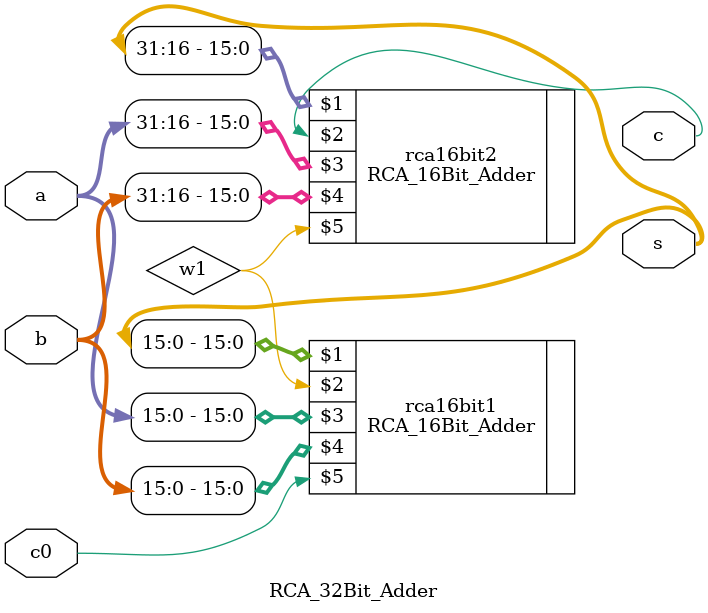
<source format=v>
`timescale 1ns / 1ps
module RCA_32Bit_Adder(s, c, a, b, c0);
	output [31:0] s;
	output c;
	input [31:0] a, b;
	input c0;
	
	wire w1;
	RCA_16Bit_Adder rca16bit1(s[15:0], w1, a[15:0], b[15:0], c0);
	RCA_16Bit_Adder rca16bit2(s[31:16], c, a[31:16], b[31:16], w1);


endmodule

</source>
